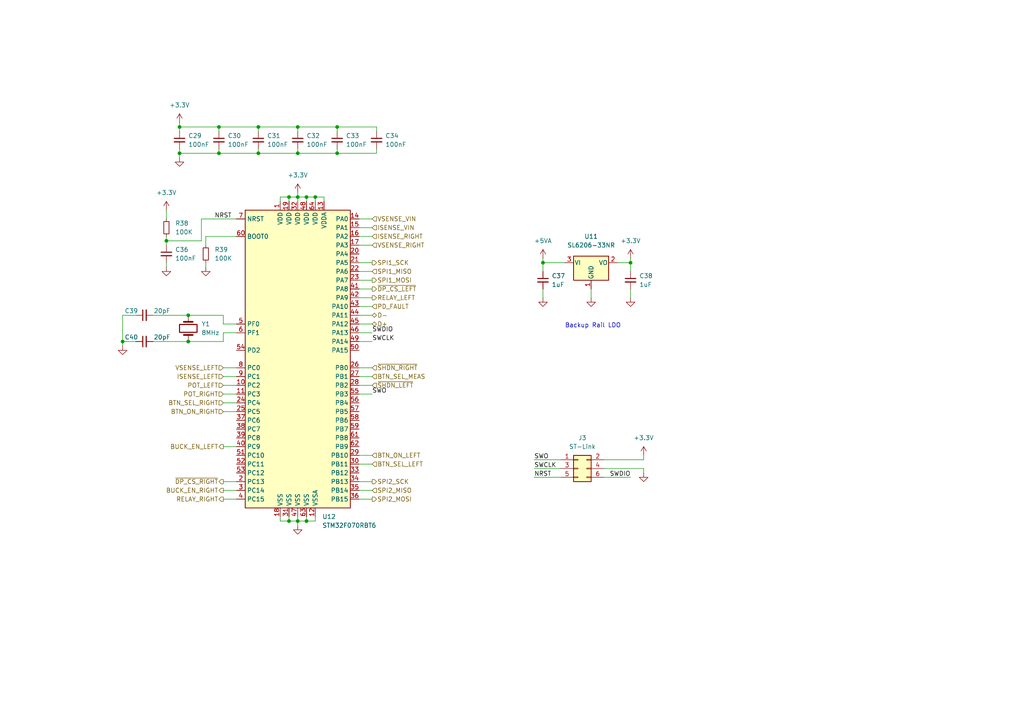
<source format=kicad_sch>
(kicad_sch (version 20211123) (generator eeschema)
  (paper "A4")
  (title_block (title "Dual Rail Breadboard Power Supply") (date "2023-06-11") (rev "1") (company "Sleepy Pony Labs"))
  (lib_symbols
    (symbol "Connector_Generic:Conn_02x03_Odd_Even" (pin_names (offset 1.016) hide)
      (property "Reference" "J" (at 1.27 5.08 0))
      (property "Value" "Conn_02x03_Odd_Even" (at 1.27 -5.08 0))
      (symbol "Conn_02x03_Odd_Even_1_1"
        (rectangle (start -1.27 -2.413) (end 0 -2.667) (stroke (width 0.1524)))
        (rectangle (start -1.27 0.127) (end 0 -0.127) (stroke (width 0.1524)))
        (rectangle (start -1.27 2.667) (end 0 2.413) (stroke (width 0.1524)))
        (rectangle (start -1.27 3.81) (end 3.81 -3.81) (stroke (width 0.254)) (fill (type background)))
        (rectangle (start 3.81 -2.413) (end 2.54 -2.667) (stroke (width 0.1524)))
        (rectangle (start 3.81 0.127) (end 2.54 -0.127) (stroke (width 0.1524)))
        (rectangle (start 3.81 2.667) (end 2.54 2.413) (stroke (width 0.1524)))
        (pin passive line (at -5.08 2.54 0) (length 3.81) (name "Pin_1") (number "1"))
        (pin passive line (at 7.62 2.54 180) (length 3.81) (name "Pin_2") (number "2"))
        (pin passive line (at -5.08 0 0) (length 3.81) (name "Pin_3") (number "3"))
        (pin passive line (at 7.62 0 180) (length 3.81) (name "Pin_4") (number "4"))
        (pin passive line (at -5.08 -2.54 0) (length 3.81) (name "Pin_5") (number "5"))
        (pin passive line (at 7.62 -2.54 180) (length 3.81) (name "Pin_6") (number "6"))
      )
    )
    (symbol "Device:C_Small" (pin_numbers hide) (pin_names (offset 0.254) hide)
      (property "Reference" "C" (at 0.254 1.778 0))
      (property "Value" "C_Small" (at 0.254 -2.032 0))
      (symbol "C_Small_0_1"
        (polyline (pts (xy -1.524 -0.508) (xy 1.524 -0.508)) (stroke (width 0.3302)))
        (polyline (pts (xy -1.524 0.508) (xy 1.524 0.508)) (stroke (width 0.3048)))
      )
      (symbol "C_Small_1_1"
        (pin passive line (at 0 2.54 270) (length 2.032) (name "~") (number "1"))
        (pin passive line (at 0 -2.54 90) (length 2.032) (name "~") (number "2"))
      )
    )
    (symbol "Device:Crystal" (pin_numbers hide) (pin_names (offset 1.016) hide)
      (property "Reference" "Y" (at 0 3.81 0))
      (property "Value" "Crystal" (at 0 -3.81 0))
      (symbol "Crystal_0_1"
        (rectangle (start -1.143 2.54) (end 1.143 -2.54) (stroke (width 0.3048)))
        (polyline (pts (xy -2.54 0) (xy -1.905 0)))
        (polyline (pts (xy -1.905 -1.27) (xy -1.905 1.27)) (stroke (width 0.508)))
        (polyline (pts (xy 1.905 -1.27) (xy 1.905 1.27)) (stroke (width 0.508)))
        (polyline (pts (xy 2.54 0) (xy 1.905 0)))
      )
      (symbol "Crystal_1_1"
        (pin passive line (at -3.81 0 0) (length 1.27) (name "1") (number "1"))
        (pin passive line (at 3.81 0 180) (length 1.27) (name "2") (number "2"))
      )
    )
    (symbol "Device:R_Small" (pin_numbers hide) (pin_names (offset 0.254) hide)
      (property "Reference" "R" (at 0.762 0.508 0))
      (property "Value" "R_Small" (at 0.762 -1.016 0))
      (symbol "R_Small_0_1"
        (rectangle (start -0.762 1.778) (end 0.762 -1.778) (stroke (width 0.2032)))
      )
      (symbol "R_Small_1_1"
        (pin passive line (at 0 2.54 270) (length 0.762) (name "~") (number "1"))
        (pin passive line (at 0 -2.54 90) (length 0.762) (name "~") (number "2"))
      )
    )
    (symbol "MCU_ST_STM32F0:STM32F070RBTx"
      (property "Reference" "U" (at -15.24 44.45 0))
      (property "Value" "STM32F070RBTx" (at 10.16 44.45 0))
      (symbol "STM32F070RBTx_0_1"
        (rectangle (start -15.24 -43.18) (end 15.24 43.18) (stroke (width 0.254)) (fill (type background)))
      )
      (symbol "STM32F070RBTx_1_1"
        (pin power_in line (at -5.08 45.72 270) (length 2.54) (name "VDD") (number "1"))
        (pin bidirectional line (at -17.78 -7.62 0) (length 2.54) (name "PC2") (number "10"))
        (pin bidirectional line (at -17.78 -10.16 0) (length 2.54) (name "PC3") (number "11"))
        (pin power_in line (at 5.08 -45.72 90) (length 2.54) (name "VSSA") (number "12"))
        (pin power_in line (at 7.62 45.72 270) (length 2.54) (name "VDDA") (number "13"))
        (pin bidirectional line (at 17.78 40.64 180) (length 2.54) (name "PA0") (number "14"))
        (pin bidirectional line (at 17.78 38.1 180) (length 2.54) (name "PA1") (number "15"))
        (pin bidirectional line (at 17.78 35.56 180) (length 2.54) (name "PA2") (number "16"))
        (pin bidirectional line (at 17.78 33.02 180) (length 2.54) (name "PA3") (number "17"))
        (pin power_in line (at -5.08 -45.72 90) (length 2.54) (name "VSS") (number "18"))
        (pin power_in line (at -2.54 45.72 270) (length 2.54) (name "VDD") (number "19"))
        (pin bidirectional line (at -17.78 -35.56 0) (length 2.54) (name "PC13") (number "2"))
        (pin bidirectional line (at 17.78 30.48 180) (length 2.54) (name "PA4") (number "20"))
        (pin bidirectional line (at 17.78 27.94 180) (length 2.54) (name "PA5") (number "21"))
        (pin bidirectional line (at 17.78 25.4 180) (length 2.54) (name "PA6") (number "22"))
        (pin bidirectional line (at 17.78 22.86 180) (length 2.54) (name "PA7") (number "23"))
        (pin bidirectional line (at -17.78 -12.7 0) (length 2.54) (name "PC4") (number "24"))
        (pin bidirectional line (at -17.78 -15.24 0) (length 2.54) (name "PC5") (number "25"))
        (pin bidirectional line (at 17.78 -2.54 180) (length 2.54) (name "PB0") (number "26"))
        (pin bidirectional line (at 17.78 -5.08 180) (length 2.54) (name "PB1") (number "27"))
        (pin bidirectional line (at 17.78 -7.62 180) (length 2.54) (name "PB2") (number "28"))
        (pin bidirectional line (at 17.78 -27.94 180) (length 2.54) (name "PB10") (number "29"))
        (pin bidirectional line (at -17.78 -38.1 0) (length 2.54) (name "PC14") (number "3"))
        (pin bidirectional line (at 17.78 -30.48 180) (length 2.54) (name "PB11") (number "30"))
        (pin power_in line (at -2.54 -45.72 90) (length 2.54) (name "VSS") (number "31"))
        (pin power_in line (at 0 45.72 270) (length 2.54) (name "VDD") (number "32"))
        (pin bidirectional line (at 17.78 -33.02 180) (length 2.54) (name "PB12") (number "33"))
        (pin bidirectional line (at 17.78 -35.56 180) (length 2.54) (name "PB13") (number "34"))
        (pin bidirectional line (at 17.78 -38.1 180) (length 2.54) (name "PB14") (number "35"))
        (pin bidirectional line (at 17.78 -40.64 180) (length 2.54) (name "PB15") (number "36"))
        (pin bidirectional line (at -17.78 -17.78 0) (length 2.54) (name "PC6") (number "37"))
        (pin bidirectional line (at -17.78 -20.32 0) (length 2.54) (name "PC7") (number "38"))
        (pin bidirectional line (at -17.78 -22.86 0) (length 2.54) (name "PC8") (number "39"))
        (pin bidirectional line (at -17.78 -40.64 0) (length 2.54) (name "PC15") (number "4"))
        (pin bidirectional line (at -17.78 -25.4 0) (length 2.54) (name "PC9") (number "40"))
        (pin bidirectional line (at 17.78 20.32 180) (length 2.54) (name "PA8") (number "41"))
        (pin bidirectional line (at 17.78 17.78 180) (length 2.54) (name "PA9") (number "42"))
        (pin bidirectional line (at 17.78 15.24 180) (length 2.54) (name "PA10") (number "43"))
        (pin bidirectional line (at 17.78 12.7 180) (length 2.54) (name "PA11") (number "44"))
        (pin bidirectional line (at 17.78 10.16 180) (length 2.54) (name "PA12") (number "45"))
        (pin bidirectional line (at 17.78 7.62 180) (length 2.54) (name "PA13") (number "46"))
        (pin power_in line (at 0 -45.72 90) (length 2.54) (name "VSS") (number "47"))
        (pin power_in line (at 2.54 45.72 270) (length 2.54) (name "VDD") (number "48"))
        (pin bidirectional line (at 17.78 5.08 180) (length 2.54) (name "PA14") (number "49"))
        (pin input line (at -17.78 10.16 0) (length 2.54) (name "PF0") (number "5"))
        (pin bidirectional line (at 17.78 2.54 180) (length 2.54) (name "PA15") (number "50"))
        (pin bidirectional line (at -17.78 -27.94 0) (length 2.54) (name "PC10") (number "51"))
        (pin bidirectional line (at -17.78 -30.48 0) (length 2.54) (name "PC11") (number "52"))
        (pin bidirectional line (at -17.78 -33.02 0) (length 2.54) (name "PC12") (number "53"))
        (pin bidirectional line (at -17.78 2.54 0) (length 2.54) (name "PD2") (number "54"))
        (pin bidirectional line (at 17.78 -10.16 180) (length 2.54) (name "PB3") (number "55"))
        (pin bidirectional line (at 17.78 -12.7 180) (length 2.54) (name "PB4") (number "56"))
        (pin bidirectional line (at 17.78 -15.24 180) (length 2.54) (name "PB5") (number "57"))
        (pin bidirectional line (at 17.78 -17.78 180) (length 2.54) (name "PB6") (number "58"))
        (pin bidirectional line (at 17.78 -20.32 180) (length 2.54) (name "PB7") (number "59"))
        (pin input line (at -17.78 7.62 0) (length 2.54) (name "PF1") (number "6"))
        (pin input line (at -17.78 35.56 0) (length 2.54) (name "BOOT0") (number "60"))
        (pin bidirectional line (at 17.78 -22.86 180) (length 2.54) (name "PB8") (number "61"))
        (pin bidirectional line (at 17.78 -25.4 180) (length 2.54) (name "PB9") (number "62"))
        (pin power_in line (at 2.54 -45.72 90) (length 2.54) (name "VSS") (number "63"))
        (pin power_in line (at 5.08 45.72 270) (length 2.54) (name "VDD") (number "64"))
        (pin input line (at -17.78 40.64 0) (length 2.54) (name "NRST") (number "7"))
        (pin bidirectional line (at -17.78 -2.54 0) (length 2.54) (name "PC0") (number "8"))
        (pin bidirectional line (at -17.78 -5.08 0) (length 2.54) (name "PC1") (number "9"))
      )
    )
    (symbol "Regulator_Linear:XC6206PxxxMR" (pin_names (offset 0.254))
      (property "Reference" "U" (at -3.81 3.175 0))
      (property "Value" "XC6206PxxxMR" (at 0 3.175 0))
      (symbol "XC6206PxxxMR_0_1"
        (rectangle (start -5.08 1.905) (end 5.08 -5.08) (stroke (width 0.254)) (fill (type background)))
      )
      (symbol "XC6206PxxxMR_1_1"
        (pin power_in line (at 0 -7.62 90) (length 2.54) (name "GND") (number "1"))
        (pin power_out line (at 7.62 0 180) (length 2.54) (name "VO") (number "2"))
        (pin power_in line (at -7.62 0 0) (length 2.54) (name "VI") (number "3"))
      )
    )
    (symbol "power:+3.3V" (power) (pin_names (offset 0))
      (property "Value" "+3.3V" (at 0 3.556 0))
      (symbol "+3.3V_0_1"
        (polyline (pts (xy -0.762 1.27) (xy 0 2.54)))
        (polyline (pts (xy 0 0) (xy 0 2.54)))
        (polyline (pts (xy 0 2.54) (xy 0.762 1.27)))
      )
      (symbol "+3.3V_1_1"
        (pin power_in line (at 0 0 90) (length 0) hide (name "+3.3V") (number "1"))
      )
    )
    (symbol "power:+5VA" (power) (pin_names (offset 0))
      (property "Value" "+5VA" (at 0 3.556 0))
      (symbol "+5VA_0_1"
        (polyline (pts (xy -0.762 1.27) (xy 0 2.54)))
        (polyline (pts (xy 0 0) (xy 0 2.54)))
        (polyline (pts (xy 0 2.54) (xy 0.762 1.27)))
      )
      (symbol "+5VA_1_1"
        (pin power_in line (at 0 0 90) (length 0) hide (name "+5VA") (number "1"))
      )
    )
    (symbol "power:GND" (power) (pin_names (offset 0))
      (property "Value" "GND" (at 0 -3.81 0))
      (symbol "GND_0_1"
        (polyline (pts (xy 0 0) (xy 0 -1.27) (xy 1.27 -1.27) (xy 0 -2.54) (xy -1.27 -1.27) (xy 0 -1.27)))
      )
      (symbol "GND_1_1"
        (pin power_in line (at 0 0 270) (length 0) hide (name "GND") (number "1"))
      )
    )
  )
  (junction (at 86.36 151.13))
  (junction (at 182.88 76.2))
  (junction (at 54.61 91.44))
  (junction (at 74.93 44.45))
  (junction (at 91.44 57.15))
  (junction (at 83.82 151.13))
  (junction (at 52.07 44.45))
  (junction (at 86.36 57.15))
  (junction (at 63.5 44.45))
  (junction (at 88.9 151.13))
  (junction (at 74.93 36.83))
  (junction (at 63.5 36.83))
  (junction (at 35.56 99.06))
  (junction (at 52.07 36.83))
  (junction (at 88.9 57.15))
  (junction (at 86.36 36.83))
  (junction (at 54.61 99.06))
  (junction (at 86.36 44.45))
  (junction (at 48.26 69.85))
  (junction (at 83.82 57.15))
  (junction (at 97.79 44.45))
  (junction (at 97.79 36.83))
  (junction (at 157.48 76.2))
  (wire (pts (xy 64.77 144.78) (xy 68.58 144.78)))
  (wire (pts (xy 86.36 36.83) (xy 86.36 38.1)))
  (wire (pts (xy 91.44 57.15) (xy 93.98 57.15)))
  (wire (pts (xy 186.69 133.35) (xy 175.26 133.35)))
  (wire (pts (xy 86.36 57.15) (xy 86.36 58.42)))
  (wire (pts (xy 104.14 86.36) (xy 107.95 86.36)))
  (wire (pts (xy 157.48 78.74) (xy 157.48 76.2)))
  (wire (pts (xy 109.22 43.18) (xy 109.22 44.45)))
  (wire (pts (xy 63.5 43.18) (xy 63.5 44.45)))
  (wire (pts (xy 54.61 99.06) (xy 64.77 99.06)))
  (wire (pts (xy 157.48 76.2) (xy 163.83 76.2)))
  (wire (pts (xy 64.77 129.54) (xy 68.58 129.54)))
  (wire (pts (xy 104.14 109.22) (xy 107.95 109.22)))
  (wire (pts (xy 39.37 99.06) (xy 35.56 99.06)))
  (wire (pts (xy 48.26 69.85) (xy 48.26 71.12)))
  (wire (pts (xy 86.36 57.15) (xy 83.82 57.15)))
  (wire (pts (xy 64.77 139.7) (xy 68.58 139.7)))
  (wire (pts (xy 35.56 91.44) (xy 35.56 99.06)))
  (wire (pts (xy 104.14 66.04) (xy 107.95 66.04)))
  (wire (pts (xy 104.14 134.62) (xy 107.95 134.62)))
  (wire (pts (xy 182.88 74.93) (xy 182.88 76.2)))
  (wire (pts (xy 74.93 44.45) (xy 86.36 44.45)))
  (wire (pts (xy 86.36 44.45) (xy 97.79 44.45)))
  (wire (pts (xy 64.77 111.76) (xy 68.58 111.76)))
  (wire (pts (xy 58.42 69.85) (xy 58.42 63.5)))
  (wire (pts (xy 86.36 36.83) (xy 97.79 36.83)))
  (wire (pts (xy 186.69 132.08) (xy 186.69 133.35)))
  (wire (pts (xy 104.14 144.78) (xy 107.95 144.78)))
  (wire (pts (xy 74.93 43.18) (xy 74.93 44.45)))
  (wire (pts (xy 104.14 106.68) (xy 107.95 106.68)))
  (wire (pts (xy 88.9 57.15) (xy 91.44 57.15)))
  (wire (pts (xy 104.14 88.9) (xy 107.95 88.9)))
  (wire (pts (xy 86.36 149.86) (xy 86.36 151.13)))
  (wire (pts (xy 104.14 91.44) (xy 107.95 91.44)))
  (wire (pts (xy 186.69 135.89) (xy 186.69 137.16)))
  (wire (pts (xy 109.22 36.83) (xy 109.22 38.1)))
  (wire (pts (xy 104.14 83.82) (xy 107.95 83.82)))
  (wire (pts (xy 86.36 43.18) (xy 86.36 44.45)))
  (wire (pts (xy 54.61 91.44) (xy 64.77 91.44)))
  (wire (pts (xy 157.48 74.93) (xy 157.48 76.2)))
  (wire (pts (xy 64.77 99.06) (xy 64.77 96.52)))
  (wire (pts (xy 182.88 76.2) (xy 182.88 78.74)))
  (wire (pts (xy 63.5 36.83) (xy 63.5 38.1)))
  (wire (pts (xy 104.14 63.5) (xy 107.95 63.5)))
  (wire (pts (xy 59.69 68.58) (xy 59.69 71.12)))
  (wire (pts (xy 83.82 57.15) (xy 83.82 58.42)))
  (wire (pts (xy 104.14 68.58) (xy 107.95 68.58)))
  (wire (pts (xy 104.14 139.7) (xy 107.95 139.7)))
  (wire (pts (xy 64.77 91.44) (xy 64.77 93.98)))
  (wire (pts (xy 104.14 93.98) (xy 107.95 93.98)))
  (wire (pts (xy 63.5 44.45) (xy 74.93 44.45)))
  (wire (pts (xy 104.14 96.52) (xy 107.95 96.52)))
  (wire (pts (xy 154.94 133.35) (xy 162.56 133.35)))
  (wire (pts (xy 83.82 57.15) (xy 81.28 57.15)))
  (wire (pts (xy 52.07 35.56) (xy 52.07 36.83)))
  (wire (pts (xy 74.93 36.83) (xy 74.93 38.1)))
  (wire (pts (xy 74.93 36.83) (xy 86.36 36.83)))
  (wire (pts (xy 64.77 116.84) (xy 68.58 116.84)))
  (wire (pts (xy 171.45 83.82) (xy 171.45 86.36)))
  (wire (pts (xy 86.36 151.13) (xy 83.82 151.13)))
  (wire (pts (xy 154.94 138.43) (xy 162.56 138.43)))
  (wire (pts (xy 64.77 119.38) (xy 68.58 119.38)))
  (wire (pts (xy 154.94 135.89) (xy 162.56 135.89)))
  (wire (pts (xy 104.14 111.76) (xy 107.95 111.76)))
  (wire (pts (xy 93.98 57.15) (xy 93.98 58.42)))
  (wire (pts (xy 48.26 68.58) (xy 48.26 69.85)))
  (wire (pts (xy 48.26 60.96) (xy 48.26 63.5)))
  (wire (pts (xy 63.5 36.83) (xy 74.93 36.83)))
  (wire (pts (xy 83.82 151.13) (xy 81.28 151.13)))
  (wire (pts (xy 39.37 91.44) (xy 35.56 91.44)))
  (wire (pts (xy 182.88 138.43) (xy 175.26 138.43)))
  (wire (pts (xy 44.45 99.06) (xy 54.61 99.06)))
  (wire (pts (xy 88.9 57.15) (xy 88.9 58.42)))
  (wire (pts (xy 97.79 44.45) (xy 109.22 44.45)))
  (wire (pts (xy 64.77 142.24) (xy 68.58 142.24)))
  (wire (pts (xy 104.14 132.08) (xy 107.95 132.08)))
  (wire (pts (xy 86.36 151.13) (xy 86.36 152.4)))
  (wire (pts (xy 64.77 106.68) (xy 68.58 106.68)))
  (wire (pts (xy 48.26 76.2) (xy 48.26 77.47)))
  (wire (pts (xy 81.28 151.13) (xy 81.28 149.86)))
  (wire (pts (xy 91.44 151.13) (xy 91.44 149.86)))
  (wire (pts (xy 48.26 69.85) (xy 58.42 69.85)))
  (wire (pts (xy 86.36 55.88) (xy 86.36 57.15)))
  (wire (pts (xy 64.77 109.22) (xy 68.58 109.22)))
  (wire (pts (xy 52.07 36.83) (xy 63.5 36.83)))
  (wire (pts (xy 86.36 151.13) (xy 88.9 151.13)))
  (wire (pts (xy 175.26 135.89) (xy 186.69 135.89)))
  (wire (pts (xy 86.36 57.15) (xy 88.9 57.15)))
  (wire (pts (xy 157.48 83.82) (xy 157.48 86.36)))
  (wire (pts (xy 104.14 78.74) (xy 107.95 78.74)))
  (wire (pts (xy 104.14 81.28) (xy 107.95 81.28)))
  (wire (pts (xy 52.07 36.83) (xy 52.07 38.1)))
  (wire (pts (xy 44.45 91.44) (xy 54.61 91.44)))
  (wire (pts (xy 104.14 142.24) (xy 107.95 142.24)))
  (wire (pts (xy 52.07 43.18) (xy 52.07 44.45)))
  (wire (pts (xy 104.14 76.2) (xy 107.95 76.2)))
  (wire (pts (xy 58.42 63.5) (xy 68.58 63.5)))
  (wire (pts (xy 104.14 99.06) (xy 107.95 99.06)))
  (wire (pts (xy 179.07 76.2) (xy 182.88 76.2)))
  (wire (pts (xy 182.88 83.82) (xy 182.88 86.36)))
  (wire (pts (xy 64.77 96.52) (xy 68.58 96.52)))
  (wire (pts (xy 88.9 151.13) (xy 88.9 149.86)))
  (wire (pts (xy 35.56 99.06) (xy 35.56 100.33)))
  (wire (pts (xy 97.79 36.83) (xy 97.79 38.1)))
  (wire (pts (xy 64.77 114.3) (xy 68.58 114.3)))
  (wire (pts (xy 81.28 57.15) (xy 81.28 58.42)))
  (wire (pts (xy 91.44 57.15) (xy 91.44 58.42)))
  (wire (pts (xy 97.79 36.83) (xy 109.22 36.83)))
  (wire (pts (xy 59.69 76.2) (xy 59.69 77.47)))
  (wire (pts (xy 52.07 44.45) (xy 52.07 45.72)))
  (wire (pts (xy 64.77 93.98) (xy 68.58 93.98)))
  (wire (pts (xy 88.9 151.13) (xy 91.44 151.13)))
  (wire (pts (xy 52.07 44.45) (xy 63.5 44.45)))
  (wire (pts (xy 97.79 43.18) (xy 97.79 44.45)))
  (wire (pts (xy 104.14 114.3) (xy 107.95 114.3)))
  (wire (pts (xy 68.58 68.58) (xy 59.69 68.58)))
  (wire (pts (xy 104.14 71.12) (xy 107.95 71.12)))
  (wire (pts (xy 83.82 151.13) (xy 83.82 149.86)))
  (text "Backup Rail LDO" (at 163.83 95.25 0) (effects (font (size 1.27 1.27)) (justify left bottom)))
  (label "SWO" (at 107.95 114.3 0))
  (label "SWDIO" (at 182.88 138.43 180))
  (label "NRST" (at 154.94 138.43 0))
  (label "SWCLK" (at 154.94 135.89 0))
  (label "NRST" (at 62.23 63.5 0))
  (label "SWO" (at 154.94 133.35 0))
  (label "SWDIO" (at 107.95 96.52 0))
  (label "SWCLK" (at 107.95 99.06 0))
  (hierarchical_label "SPI1_SCK" (shape output) (at 107.95 76.2 0))
  (hierarchical_label "~{DP_CS_RIGHT}" (shape output) (at 64.77 139.7 180))
  (hierarchical_label "VSENSE_LEFT" (shape input) (at 64.77 106.68 180))
  (hierarchical_label "ISENSE_RIGHT" (shape input) (at 107.95 68.58 0))
  (hierarchical_label "RELAY_RIGHT" (shape output) (at 64.77 144.78 180))
  (hierarchical_label "~{SHDN_LEFT}" (shape input) (at 107.95 111.76 0))
  (hierarchical_label "BTN_SEL_LEFT" (shape input) (at 107.95 134.62 0))
  (hierarchical_label "BTN_SEL_RIGHT" (shape input) (at 64.77 116.84 180))
  (hierarchical_label "BTN_ON_LEFT" (shape input) (at 107.95 132.08 0))
  (hierarchical_label "POT_RIGHT" (shape input) (at 64.77 114.3 180))
  (hierarchical_label "SPI2_MISO" (shape input) (at 107.95 142.24 0))
  (hierarchical_label "ISENSE_VIN" (shape input) (at 107.95 66.04 0))
  (hierarchical_label "VSENSE_VIN" (shape input) (at 107.95 63.5 0))
  (hierarchical_label "~{DP_CS_LEFT}" (shape output) (at 107.95 83.82 0))
  (hierarchical_label "ISENSE_LEFT" (shape input) (at 64.77 109.22 180))
  (hierarchical_label "~{SHDN_RIGHT}" (shape input) (at 107.95 106.68 0))
  (hierarchical_label "BTN_ON_RIGHT" (shape input) (at 64.77 119.38 180))
  (hierarchical_label "SPI2_MOSI" (shape output) (at 107.95 144.78 0))
  (hierarchical_label "BTN_SEL_MEAS" (shape input) (at 107.95 109.22 0))
  (hierarchical_label "BUCK_EN_LEFT" (shape output) (at 64.77 129.54 180))
  (hierarchical_label "D-" (shape bidirectional) (at 107.95 91.44 0))
  (hierarchical_label "SPI1_MOSI" (shape output) (at 107.95 81.28 0))
  (hierarchical_label "BUCK_EN_RIGHT" (shape output) (at 64.77 142.24 180))
  (hierarchical_label "RELAY_LEFT" (shape output) (at 107.95 86.36 0))
  (hierarchical_label "SPI2_SCK" (shape output) (at 107.95 139.7 0))
  (hierarchical_label "PD_FAULT" (shape input) (at 107.95 88.9 0))
  (hierarchical_label "SPI1_MISO" (shape input) (at 107.95 78.74 0))
  (hierarchical_label "POT_LEFT" (shape input) (at 64.77 111.76 180))
  (hierarchical_label "D+" (shape bidirectional) (at 107.95 93.98 0))
  (hierarchical_label "VSENSE_RIGHT" (shape input) (at 107.95 71.12 0))
  (symbol (lib_id "power:+3.3V") (at 48.26 60.96 0) (unit 1)
    (property "Reference" "#PWR0131" (effects hide))
    (property "Value" "+3.3V" (at 48.26 55.88 0))
  )
  (symbol (lib_id "power:+3.3V") (at 186.69 132.08 0) (mirror y) (unit 1)
    (property "Reference" "#PWR0130" (effects hide))
    (property "Value" "+3.3V" (at 186.69 127 0))
  )
  (symbol (lib_id "Device:C_Small") (at 86.36 40.64 0) (unit 1)
    (property "Reference" "C32" (at 88.9 39.3762 0) (effects (justify left)))
    (property "Value" "100nF" (at 88.9 41.9162 0) (effects (justify left)))
    (property "Footprint" "Capacitor_SMD:C_0603_1608Metric" (effects hide))
    (property "MPN" "100nF 50V X7R" (effects hide))
  )
  (symbol (lib_id "Device:C_Small") (at 74.93 40.64 0) (unit 1)
    (property "Reference" "C31" (at 77.47 39.3762 0) (effects (justify left)))
    (property "Value" "100nF" (at 77.47 41.9162 0) (effects (justify left)))
    (property "Footprint" "Capacitor_SMD:C_0603_1608Metric" (effects hide))
    (property "MPN" "100nF 50V X7R" (effects hide))
  )
  (symbol (lib_id "power:GND") (at 59.69 77.47 0) (unit 1)
    (property "Reference" "#PWR067" (effects hide))
    (property "Value" "GND" (effects hide))
  )
  (symbol (lib_id "power:GND") (at 86.36 152.4 0) (unit 1)
    (property "Reference" "#PWR074" (effects hide))
    (property "Value" "GND" (effects hide))
  )
  (symbol (lib_id "power:+3.3V") (at 182.88 74.93 0) (unit 1)
    (property "Reference" "#PWR0129" (effects hide))
    (property "Value" "+3.3V" (at 182.88 69.85 0))
  )
  (symbol (lib_id "power:GND") (at 171.45 86.36 0) (unit 1)
    (property "Reference" "#PWR069" (effects hide))
    (property "Value" "GND" (effects hide))
  )
  (symbol (lib_id "power:GND") (at 48.26 77.47 0) (unit 1)
    (property "Reference" "#PWR066" (effects hide))
    (property "Value" "GND" (effects hide))
  )
  (symbol (lib_id "Device:C_Small") (at 63.5 40.64 0) (unit 1)
    (property "Reference" "C30" (at 66.04 39.3762 0) (effects (justify left)))
    (property "Value" "100nF" (at 66.04 41.9162 0) (effects (justify left)))
    (property "Footprint" "Capacitor_SMD:C_0603_1608Metric" (effects hide))
    (property "MPN" "100nF 50V X7R" (effects hide))
  )
  (symbol (lib_id "Connector_Generic:Conn_02x03_Odd_Even") (at 167.64 135.89 0) (unit 1)
    (property "Reference" "J3" (at 168.91 127 0))
    (property "Value" "ST-Link" (at 168.91 129.54 0))
    (property "Footprint" "Connector_PinHeader_1.27mm:PinHeader_2x03_P1.27mm_Vertical_SMD" (effects hide))
  )
  (symbol (lib_id "power:GND") (at 186.69 137.16 0) (mirror y) (unit 1)
    (property "Reference" "#PWR073" (effects hide))
    (property "Value" "GND" (effects hide))
  )
  (symbol (lib_id "power:+3.3V") (at 86.36 55.88 0) (unit 1)
    (property "Reference" "#PWR0128" (effects hide))
    (property "Value" "+3.3V" (at 86.36 50.8 0))
  )
  (symbol (lib_id "Device:C_Small") (at 41.91 99.06 90) (unit 1)
    (property "Reference" "C40" (at 38.1 97.79 90))
    (property "Value" "20pF" (at 46.99 97.79 90))
    (property "Footprint" "Capacitor_SMD:C_0603_1608Metric" (effects hide))
    (property "MPN" "20pF 50V C0G" (effects hide))
  )
  (symbol (lib_id "Device:R_Small") (at 59.69 73.66 0) (unit 1)
    (property "Reference" "R39" (at 62.23 72.3899 0) (effects (justify left)))
    (property "Value" "100K" (at 62.23 74.9299 0) (effects (justify left)))
    (property "Footprint" "Resistor_SMD:R_0603_1608Metric" (effects hide))
    (property "MPN" "100K 1%" (effects hide))
  )
  (symbol (lib_id "Device:C_Small") (at 52.07 40.64 0) (unit 1)
    (property "Reference" "C29" (at 54.61 39.3762 0) (effects (justify left)))
    (property "Value" "100nF" (at 54.61 41.9162 0) (effects (justify left)))
    (property "Footprint" "Capacitor_SMD:C_0603_1608Metric" (effects hide))
    (property "MPN" "100nF 50V X7R" (effects hide))
  )
  (symbol (lib_id "Device:C_Small") (at 157.48 81.28 0) (unit 1)
    (property "Reference" "C37" (at 160.02 80.0162 0) (effects (justify left)))
    (property "Value" "1uF" (at 160.02 82.5562 0) (effects (justify left)))
    (property "Footprint" "Capacitor_SMD:C_0603_1608Metric" (effects hide))
    (property "MPN" "1uF 50V X7R" (effects hide))
  )
  (symbol (lib_id "MCU_ST_STM32F0:STM32F070RBTx") (at 86.36 104.14 0) (unit 1)
    (property "Reference" "U12" (at 93.4594 149.86 0) (effects (justify left)))
    (property "Value" "STM32F070RBT6" (at 93.4594 152.4 0) (effects (justify left)))
    (property "Footprint" "Package_QFP:LQFP-64_10x10mm_P0.5mm" (effects hide))
    (property "Datasheet" "http://www.st.com/st-web-ui/static/active/en/resource/technical/document/datasheet/DM00141386.pdf" (effects hide))
    (property "MPN" "STM32F070RBT6" (effects hide))
  )
  (symbol (lib_id "Device:R_Small") (at 48.26 66.04 0) (unit 1)
    (property "Reference" "R38" (at 50.8 64.7699 0) (effects (justify left)))
    (property "Value" "100K" (at 50.8 67.3099 0) (effects (justify left)))
    (property "Footprint" "Resistor_SMD:R_0603_1608Metric" (effects hide))
    (property "MPN" "100K 1%" (effects hide))
  )
  (symbol (lib_id "Device:Crystal") (at 54.61 95.25 90) (unit 1)
    (property "Reference" "Y1" (at 58.42 93.9799 90) (effects (justify right)))
    (property "Value" "8MHz" (at 58.42 96.5199 90) (effects (justify right)))
    (property "Footprint" "Crystal:Crystal_SMD_5032-2Pin_5.0x3.2mm" (effects hide))
    (property "MPN" "ECS-80-8-30-JGN-TR" (effects hide))
  )
  (symbol (lib_id "Regulator_Linear:XC6206PxxxMR") (at 171.45 76.2 0) (unit 1)
    (property "Reference" "U11" (at 171.45 68.58 0))
    (property "Value" "SL6206-33NR" (at 171.45 71.12 0))
    (property "Footprint" "Package_TO_SOT_SMD:SOT-23" (effects hide))
    (property "Datasheet" "https://www.torexsemi.com/file/xc6206/XC6206.pdf" (effects hide))
    (property "MPN" "XC6206P332MRN" (effects hide))
  )
  (symbol (lib_id "Device:C_Small") (at 109.22 40.64 0) (unit 1)
    (property "Reference" "C34" (at 111.76 39.3762 0) (effects (justify left)))
    (property "Value" "100nF" (at 111.76 41.9162 0) (effects (justify left)))
    (property "Footprint" "Capacitor_SMD:C_0603_1608Metric" (effects hide))
    (property "MPN" "100nF 50V X7R" (effects hide))
  )
  (symbol (lib_id "power:+3.3V") (at 52.07 35.56 0) (unit 1)
    (property "Reference" "#PWR0127" (effects hide))
    (property "Value" "+3.3V" (at 52.07 30.48 0))
  )
  (symbol (lib_id "Device:C_Small") (at 97.79 40.64 0) (unit 1)
    (property "Reference" "C33" (at 100.33 39.3762 0) (effects (justify left)))
    (property "Value" "100nF" (at 100.33 41.9162 0) (effects (justify left)))
    (property "Footprint" "Capacitor_SMD:C_0603_1608Metric" (effects hide))
    (property "MPN" "100nF 50V X7R" (effects hide))
  )
  (symbol (lib_id "power:GND") (at 182.88 86.36 0) (unit 1)
    (property "Reference" "#PWR070" (effects hide))
    (property "Value" "GND" (effects hide))
  )
  (symbol (lib_id "power:GND") (at 35.56 100.33 0) (unit 1)
    (property "Reference" "#PWR071" (effects hide))
    (property "Value" "GND" (effects hide))
  )
  (symbol (lib_id "Device:C_Small") (at 48.26 73.66 0) (unit 1)
    (property "Reference" "C36" (at 50.8 72.3962 0) (effects (justify left)))
    (property "Value" "100nF" (at 50.8 74.9362 0) (effects (justify left)))
    (property "Footprint" "Capacitor_SMD:C_0603_1608Metric" (effects hide))
    (property "MPN" "100nF 50V X7R" (effects hide))
  )
  (symbol (lib_id "Device:C_Small") (at 41.91 91.44 90) (unit 1)
    (property "Reference" "C39" (at 38.1 90.17 90))
    (property "Value" "20pF" (at 46.99 90.17 90))
    (property "Footprint" "Capacitor_SMD:C_0603_1608Metric" (effects hide))
    (property "MPN" "20pF 50V C0G" (effects hide))
  )
  (symbol (lib_id "power:GND") (at 157.48 86.36 0) (unit 1)
    (property "Reference" "#PWR068" (effects hide))
    (property "Value" "GND" (effects hide))
  )
  (symbol (lib_id "Device:C_Small") (at 182.88 81.28 0) (unit 1)
    (property "Reference" "C38" (at 185.42 80.0162 0) (effects (justify left)))
    (property "Value" "1uF" (at 185.42 82.5562 0) (effects (justify left)))
    (property "Footprint" "Capacitor_SMD:C_0603_1608Metric" (effects hide))
    (property "MPN" "1uF 50V X7R" (effects hide))
  )
  (symbol (lib_id "power:+5VA") (at 157.48 74.93 0) (unit 1)
    (property "Reference" "#PWR064" (effects hide))
    (property "Value" "+5VA" (at 157.48 69.85 0))
  )
  (symbol (lib_id "power:GND") (at 52.07 45.72 0) (unit 1)
    (property "Reference" "#PWR061" (effects hide))
    (property "Value" "GND" (effects hide))
  )
)
</source>
